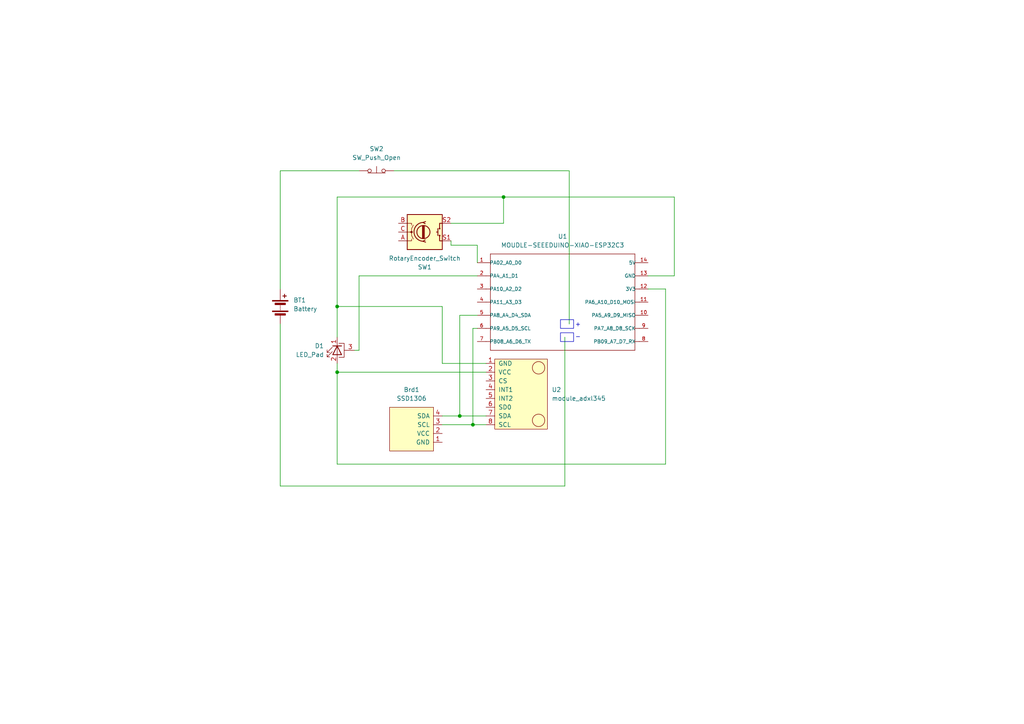
<source format=kicad_sch>
(kicad_sch (version 20250114) (generator "eeschema") (generator_version "9.0")
  (paper "A4")
  (title_block (title "Assignment4") (date "2025-12-01") (rev "0"))
  (lib_symbols
    (symbol "Device:Battery" (pin_numbers (hide yes)) (pin_names (offset 0) (hide yes))
      (property "Reference" "BT" (at 2.54 2.54 0))
      (property "Value" "Battery" (at 2.54 0 0))
      (symbol "Battery_0_1"
        (rectangle (start -2.286 1.778) (end 2.286 1.524) (fill (type outline)))
        (rectangle (start -2.286 -1.27) (end 2.286 -1.524) (fill (type outline)))
        (rectangle (start -1.524 1.016) (end 1.524 0.508) (fill (type outline)))
        (rectangle (start -1.524 -2.032) (end 1.524 -2.54) (fill (type outline)))
        (polyline (pts (xy 0 1.778) (xy 0 2.54)))
        (polyline (pts (xy 0 0) (xy 0 0.254)))
        (polyline (pts (xy 0 -0.508) (xy 0 -0.254)))
        (polyline (pts (xy 0 -1.016) (xy 0 -0.762)))
        (polyline (pts (xy 0.762 3.048) (xy 1.778 3.048)) (stroke (width 0.254)))
        (polyline (pts (xy 1.27 3.556) (xy 1.27 2.54)) (stroke (width 0.254)))
      )
      (symbol "Battery_1_1"
        (pin passive line (at 0 5.08 270) (length 2.54) (name "+") (number "1"))
        (pin passive line (at 0 -5.08 90) (length 2.54) (name "-") (number "2"))
      )
    )
    (symbol "Device:LED_Pad" (pin_names (offset 1.016) (hide yes))
      (property "Reference" "D" (at 0 5.715 0))
      (property "Value" "LED_Pad" (at 0 3.81 0))
      (symbol "LED_Pad_0_1"
        (polyline (pts (xy -2.032 -0.508) (xy -2.032 -2.032) (xy 2.032 -2.032) (xy 2.032 -0.508)))
        (polyline (pts (xy -1.27 0) (xy 1.27 0)))
        (polyline (pts (xy -1.27 -1.27) (xy -1.27 1.27)) (stroke (width 0.254)))
        (polyline (pts (xy -0.889 1.397) (xy 0.635 2.921) (xy -0.127 2.921) (xy 0.635 2.921) (xy 0.635 2.159)))
        (polyline (pts (xy 0 -2.54) (xy 0 -2.032)))
        (polyline (pts (xy 0.381 1.397) (xy 1.905 2.921) (xy 1.143 2.921) (xy 1.905 2.921) (xy 1.905 2.159)))
        (polyline (pts (xy 1.27 -1.27) (xy 1.27 1.27) (xy -1.27 0) (xy 1.27 -1.27)) (stroke (width 0.254)))
      )
      (symbol "LED_Pad_1_1"
        (pin passive line (at -3.81 0 0) (length 2.54) (name "K") (number "1"))
        (pin passive line (at 0 -5.08 90) (length 2.54) (name "PAD") (number "3"))
        (pin passive line (at 3.81 0 180) (length 2.54) (name "A") (number "2"))
      )
    )
    (symbol "Device:RotaryEncoder_Switch" (pin_names (offset 0.254) (hide yes))
      (property "Reference" "SW" (at 0 6.604 0))
      (property "Value" "RotaryEncoder_Switch" (at 0 -6.604 0))
      (symbol "RotaryEncoder_Switch_0_1"
        (rectangle (start -5.08 5.08) (end 5.08 -5.08) (stroke (width 0.254)) (fill (type background)))
        (polyline (pts (xy -5.08 2.54) (xy -3.81 2.54) (xy -3.81 2.032)))
        (polyline (pts (xy -5.08 0) (xy -3.81 0) (xy -3.81 -1.016) (xy -3.302 -2.032)))
        (polyline (pts (xy -5.08 -2.54) (xy -3.81 -2.54) (xy -3.81 -2.032)))
        (polyline (pts (xy -4.318 0) (xy -3.81 0) (xy -3.81 1.016) (xy -3.302 2.032)))
        (circle (center -3.81 0) (radius 0.254) (fill (type outline)))
        (polyline (pts (xy -0.635 -1.778) (xy -0.635 1.778)) (stroke (width 0.254)))
        (circle (center -0.381 0) (radius 1.905) (stroke (width 0.254)))
        (polyline (pts (xy -0.381 -1.778) (xy -0.381 1.778)) (stroke (width 0.254)))
        (arc (start -0.381 -2.794) (mid -3.0988 -0.0635) (end -0.381 2.667) (stroke (width 0.254)))
        (polyline (pts (xy -0.127 1.778) (xy -0.127 -1.778)) (stroke (width 0.254)))
        (polyline (pts (xy 0.254 2.921) (xy -0.508 2.667) (xy 0.127 2.286)) (stroke (width 0.254)))
        (polyline (pts (xy 0.254 -3.048) (xy -0.508 -2.794) (xy 0.127 -2.413)) (stroke (width 0.254)))
        (polyline (pts (xy 3.81 1.016) (xy 3.81 -1.016)) (stroke (width 0.254)))
        (polyline (pts (xy 3.81 0) (xy 3.429 0)) (stroke (width 0.254)))
        (circle (center 4.318 1.016) (radius 0.127) (stroke (width 0.254)))
        (circle (center 4.318 -1.016) (radius 0.127) (stroke (width 0.254)))
        (polyline (pts (xy 5.08 2.54) (xy 4.318 2.54) (xy 4.318 1.016)) (stroke (width 0.254)))
        (polyline (pts (xy 5.08 -2.54) (xy 4.318 -2.54) (xy 4.318 -1.016)) (stroke (width 0.254)))
      )
      (symbol "RotaryEncoder_Switch_1_1"
        (pin passive line (at -7.62 2.54 0) (length 2.54) (name "A") (number "A"))
        (pin passive line (at -7.62 0 0) (length 2.54) (name "C") (number "C"))
        (pin passive line (at -7.62 -2.54 0) (length 2.54) (name "B") (number "B"))
        (pin passive line (at 7.62 2.54 180) (length 2.54) (name "S1") (number "S1"))
        (pin passive line (at 7.62 -2.54 180) (length 2.54) (name "S2") (number "S2"))
      )
    )
    (symbol "MOUDLE-SEEEDUINO-XIAO-ESP32C3:MOUDLE-SEEEDUINO-XIAO-ESP32C3" (pin_names (offset 1.016))
      (property "Reference" "U" (at -21.59 15.24 0))
      (property "Value" "MOUDLE-SEEEDUINO-XIAO-ESP32C3" (at -21.59 13.97 0))
      (symbol "MOUDLE-SEEEDUINO-XIAO-ESP32C3_0_0"
        (polyline (pts (xy -21.59 13.97) (xy 20.32 13.97)) (stroke (width 0.1524)))
        (polyline (pts (xy -21.59 11.43) (xy -22.86 11.43)) (stroke (width 0.1524)))
        (polyline (pts (xy -21.59 11.43) (xy -21.59 13.97)) (stroke (width 0.1524)))
        (polyline (pts (xy -21.59 7.62) (xy -22.86 7.62)) (stroke (width 0.1524)))
        (polyline (pts (xy -21.59 7.62) (xy -21.59 11.43)) (stroke (width 0.1524)))
        (polyline (pts (xy -21.59 3.81) (xy -22.86 3.81)) (stroke (width 0.1524)))
        (polyline (pts (xy -21.59 3.81) (xy -21.59 7.62)) (stroke (width 0.1524)))
        (polyline (pts (xy -21.59 0) (xy -22.86 0)) (stroke (width 0.1524)))
        (polyline (pts (xy -21.59 0) (xy -21.59 3.81)) (stroke (width 0.1524)))
        (polyline (pts (xy -21.59 -3.81) (xy -22.86 -3.81)) (stroke (width 0.1524)))
        (polyline (pts (xy -21.59 -7.62) (xy -22.86 -7.62)) (stroke (width 0.1524)))
        (polyline (pts (xy -21.59 -11.43) (xy -22.86 -11.43)) (stroke (width 0.1524)))
        (polyline (pts (xy -21.59 -13.97) (xy -21.59 0)) (stroke (width 0.1524)))
        (polyline (pts (xy 20.32 13.97) (xy 20.32 11.43)) (stroke (width 0.1524)))
        (polyline (pts (xy 20.32 11.43) (xy 20.32 7.62)) (stroke (width 0.1524)))
        (polyline (pts (xy 20.32 7.62) (xy 20.32 3.81)) (stroke (width 0.1524)))
        (polyline (pts (xy 20.32 3.81) (xy 20.32 -13.97)) (stroke (width 0.1524)))
        (polyline (pts (xy 20.32 -13.97) (xy -21.59 -13.97)) (stroke (width 0.1524)))
        (polyline (pts (xy 21.59 11.43) (xy 20.32 11.43)) (stroke (width 0.1524)))
        (polyline (pts (xy 21.59 7.62) (xy 20.32 7.62)) (stroke (width 0.1524)))
        (polyline (pts (xy 21.59 3.81) (xy 20.32 3.81)) (stroke (width 0.1524)))
        (polyline (pts (xy 21.59 0) (xy 20.32 0)) (stroke (width 0.1524)))
        (polyline (pts (xy 21.59 -3.81) (xy 20.32 -3.81)) (stroke (width 0.1524)))
        (polyline (pts (xy 21.59 -7.62) (xy 20.32 -7.62)) (stroke (width 0.1524)))
        (polyline (pts (xy 21.59 -11.43) (xy 20.32 -11.43)) (stroke (width 0.1524)))
        (pin bidirectional line (at -25.4 11.43 0) (length 2.54) (name "PA02_A0_D0") (number "1"))
        (pin bidirectional line (at -25.4 7.62 0) (length 2.54) (name "PA4_A1_D1") (number "2"))
        (pin bidirectional line (at -25.4 3.81 0) (length 2.54) (name "PA10_A2_D2") (number "3"))
        (pin bidirectional line (at -25.4 0 0) (length 2.54) (name "PA11_A3_D3") (number "4"))
        (pin bidirectional line (at -25.4 -3.81 0) (length 2.54) (name "PA8_A4_D4_SDA") (number "5"))
        (pin bidirectional line (at -25.4 -7.62 0) (length 2.54) (name "PA9_A5_D5_SCL") (number "6"))
        (pin bidirectional line (at -25.4 -11.43 0) (length 2.54) (name "PB08_A6_D6_TX") (number "7"))
        (pin bidirectional line (at 24.13 11.43 180) (length 2.54) (name "5V") (number "14"))
        (pin bidirectional line (at 24.13 7.62 180) (length 2.54) (name "GND") (number "13"))
        (pin bidirectional line (at 24.13 3.81 180) (length 2.54) (name "3V3") (number "12"))
        (pin bidirectional line (at 24.13 0 180) (length 2.54) (name "PA6_A10_D10_MOSI") (number "11"))
        (pin bidirectional line (at 24.13 -3.81 180) (length 2.54) (name "PA5_A9_D9_MISO") (number "10"))
        (pin bidirectional line (at 24.13 -7.62 180) (length 2.54) (name "PA7_A8_D8_SCK") (number "9"))
        (pin bidirectional line (at 24.13 -11.43 180) (length 2.54) (name "PB09_A7_D7_RX") (number "8"))
      )
    )
    (symbol "SSD1306-128x64_OLED:SSD1306" (pin_names (offset 1.016))
      (property "Reference" "Brd" (at 0 -3.81 0))
      (property "Value" "SSD1306" (at 0 -1.27 0))
      (symbol "SSD1306_0_1"
        (rectangle (start -6.35 6.35) (end 6.35 -6.35) (fill (type background)))
      )
      (symbol "SSD1306_1_1"
        (pin input line (at -3.81 8.89 270) (length 2.54) (name "GND") (number "1"))
        (pin input line (at -1.27 8.89 270) (length 2.54) (name "VCC") (number "2"))
        (pin input line (at 1.27 8.89 270) (length 2.54) (name "SCL") (number "3"))
        (pin input line (at 3.81 8.89 270) (length 2.54) (name "SDA") (number "4"))
      )
    )
    (symbol "Switch:SW_Push_Open" (pin_numbers (hide yes)) (pin_names (offset 1.016) (hide yes))
      (property "Reference" "SW" (at 0 2.54 0))
      (property "Value" "SW_Push_Open" (at 0 -1.905 0))
      (symbol "SW_Push_Open_0_1"
        (polyline (pts (xy -2.54 -0.635) (xy 2.54 -0.635)))
        (circle (center -2.032 0) (radius 0.508))
        (polyline (pts (xy 0 -0.635) (xy 0 1.27)))
        (circle (center 2.032 0) (radius 0.508))
        (pin passive line (at -5.08 0 0) (length 2.54) (name "A") (number "1"))
      )
      (symbol "SW_Push_Open_1_1"
        (pin passive line (at 5.08 0 180) (length 2.54) (name "B") (number "2"))
      )
    )
    (symbol "usini_sensors:module_adxl345" (pin_names (offset 1.016))
      (property "Reference" "U" (at 2.54 13.97 0))
      (property "Value" "module_adxl345" (at 10.16 -8.89 0))
      (symbol "module_adxl345_0_1"
        (rectangle (start 2.54 12.7) (end 17.78 -7.62) (fill (type background)))
        (circle (center 15.24 10.16) (radius 1.8034))
        (circle (center 15.24 -5.08) (radius 1.8034))
      )
      (symbol "module_adxl345_1_1"
        (pin input line (at 0 11.43 0) (length 2.54) (name "GND") (number "1"))
        (pin input line (at 0 8.89 0) (length 2.54) (name "VCC") (number "2"))
        (pin input line (at 0 6.35 0) (length 2.54) (name "CS") (number "3"))
        (pin input line (at 0 3.81 0) (length 2.54) (name "INT1") (number "4"))
        (pin input line (at 0 1.27 0) (length 2.54) (name "INT2") (number "5"))
        (pin input line (at 0 -1.27 0) (length 2.54) (name "SD0") (number "6"))
        (pin input line (at 0 -3.81 0) (length 2.54) (name "SDA") (number "7"))
        (pin input line (at 0 -6.35 0) (length 2.54) (name "SCL") (number "8"))
      )
    )
  )
  (rectangle (start 162.56 96.52) (end 166.37 99.06))
  (rectangle (start 162.56 92.71) (end 166.37 95.25))
  (text "+" (at 167.64 94.234 0) (effects (font (size 1.27 1.27))))
  (text "-" (at 167.64 97.79 0) (effects (font (size 1.27 1.27))))
  (junction (at 97.79 107.95))
  (junction (at 137.16 123.19))
  (junction (at 133.35 120.65))
  (junction (at 146.05 57.15))
  (junction (at 97.79 88.9))
  (wire (pts (xy 130.81 69.85) (xy 130.81 71.12)))
  (wire (pts (xy 130.81 71.12) (xy 138.43 71.12)))
  (wire (pts (xy 195.58 57.15) (xy 195.58 80.01)))
  (wire (pts (xy 97.79 57.15) (xy 146.05 57.15)))
  (wire (pts (xy 81.28 49.53) (xy 104.14 49.53)))
  (wire (pts (xy 187.96 80.01) (xy 195.58 80.01)))
  (wire (pts (xy 97.79 57.15) (xy 97.79 88.9)))
  (wire (pts (xy 137.16 95.25) (xy 137.16 123.19)))
  (wire (pts (xy 133.35 91.44) (xy 138.43 91.44)))
  (wire (pts (xy 137.16 95.25) (xy 138.43 95.25)))
  (wire (pts (xy 81.28 140.97) (xy 163.83 140.97)))
  (wire (pts (xy 97.79 105.41) (xy 97.79 107.95)))
  (wire (pts (xy 146.05 57.15) (xy 195.58 57.15)))
  (wire (pts (xy 81.28 49.53) (xy 81.28 83.82)))
  (wire (pts (xy 128.27 88.9) (xy 128.27 105.41)))
  (wire (pts (xy 104.14 101.6) (xy 104.14 80.01)))
  (wire (pts (xy 104.14 80.01) (xy 138.43 80.01)))
  (wire (pts (xy 138.43 71.12) (xy 138.43 76.2)))
  (wire (pts (xy 97.79 88.9) (xy 97.79 97.79)))
  (wire (pts (xy 102.87 101.6) (xy 104.14 101.6)))
  (wire (pts (xy 128.27 105.41) (xy 140.97 105.41)))
  (wire (pts (xy 97.79 107.95) (xy 97.79 134.62)))
  (wire (pts (xy 163.83 97.79) (xy 163.83 140.97)))
  (wire (pts (xy 97.79 107.95) (xy 140.97 107.95)))
  (wire (pts (xy 81.28 93.98) (xy 81.28 140.97)))
  (wire (pts (xy 128.27 123.19) (xy 137.16 123.19)))
  (wire (pts (xy 140.97 120.65) (xy 133.35 120.65)))
  (wire (pts (xy 193.04 83.82) (xy 193.04 134.62)))
  (wire (pts (xy 140.97 123.19) (xy 137.16 123.19)))
  (wire (pts (xy 114.3 49.53) (xy 165.1 49.53)))
  (wire (pts (xy 187.96 83.82) (xy 193.04 83.82)))
  (wire (pts (xy 130.81 64.77) (xy 146.05 64.77)))
  (wire (pts (xy 128.27 120.65) (xy 133.35 120.65)))
  (wire (pts (xy 133.35 91.44) (xy 133.35 120.65)))
  (wire (pts (xy 97.79 134.62) (xy 193.04 134.62)))
  (wire (pts (xy 165.1 49.53) (xy 165.1 93.98)))
  (wire (pts (xy 146.05 57.15) (xy 146.05 64.77)))
  (wire (pts (xy 97.79 88.9) (xy 128.27 88.9)))
  (symbol (lib_id "Switch:SW_Push_Open") (at 109.22 49.53 0) (unit 1)
    (property "Reference" "SW2" (at 109.22 43.18 0))
    (property "Value" "SW_Push_Open" (at 109.22 45.72 0))
    (property "Description" "Push button switch, push-to-open, generic, two pins" (effects (hide yes)))
  )
  (symbol (lib_id "usini_sensors:module_adxl345") (at 140.97 116.84 0) (unit 1)
    (property "Reference" "U2" (at 160.02 113.0299 0) (effects (justify left)))
    (property "Value" "module_adxl345" (at 160.02 115.5699 0) (effects (justify left)))
    (property "Footprint" "usini_sensors:module_adxl345" (effects (hide yes)))
  )
  (symbol (lib_id "Device:Battery") (at 81.28 88.9 0) (unit 1)
    (property "Reference" "BT1" (at 85.09 87.0584 0) (effects (justify left)))
    (property "Value" "Battery" (at 85.09 89.5984 0) (effects (justify left)))
    (property "Description" "Multiple-cell battery" (effects (hide yes)))
  )
  (symbol (lib_id "Device:LED_Pad") (at 97.79 101.6 90) (mirror x) (unit 1)
    (property "Reference" "D1" (at 93.98 100.3299 90) (effects (justify left)))
    (property "Value" "LED_Pad" (at 93.98 102.8699 90) (effects (justify left)))
    (property "Description" "Light emitting diode with pad" (effects (hide yes)))
  )
  (symbol (lib_id "Device:RotaryEncoder_Switch") (at 123.19 67.31 0) (mirror x) (unit 1)
    (property "Reference" "SW1" (at 123.19 77.47 0))
    (property "Value" "RotaryEncoder_Switch" (at 123.19 74.93 0))
    (property "Description" "Rotary encoder, dual channel, incremental quadrate outputs, with switch" (effects (hide yes)))
  )
  (symbol (lib_id "SSD1306-128x64_OLED:SSD1306") (at 119.38 124.46 270) (mirror x) (unit 1)
    (property "Reference" "Brd1" (at 119.38 113.03 90))
    (property "Value" "SSD1306" (at 119.38 115.57 90))
  )
  (symbol (lib_id "MOUDLE-SEEEDUINO-XIAO-ESP32C3:MOUDLE-SEEEDUINO-XIAO-ESP32C3") (at 163.83 87.63 0) (unit 1)
    (property "Reference" "U1" (at 163.195 68.58 0))
    (property "Value" "MOUDLE-SEEEDUINO-XIAO-ESP32C3" (at 163.195 71.12 0))
    (property "Footprint" "MOUDLE14P-SMD-2.54-21X17.8MM" (effects (hide yes)))
  )
)
</source>
